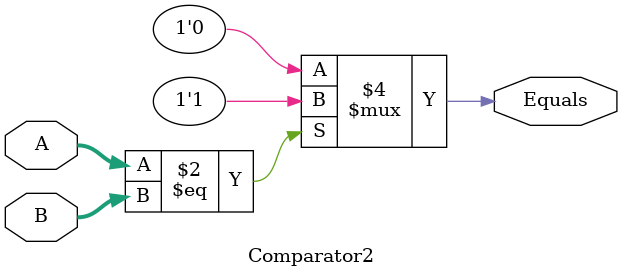
<source format=v>
module Comparator2(
   input[1:0] A, B,
   output reg Equals);      		
              
always @(*)
       	   begin       
if (A==B)
	Equals = 1;
else
Equals = 0;

	end
endmodule // Comparator2 




    

</source>
